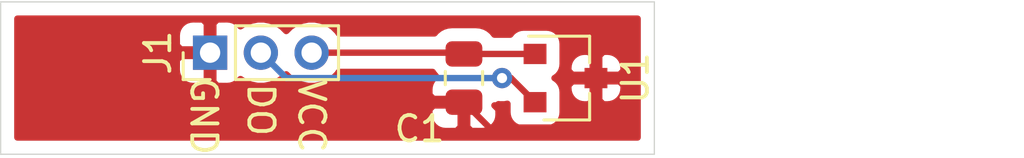
<source format=kicad_pcb>
(kicad_pcb (version 20171130) (host pcbnew 5.1.8+dfsg1-1+b1)

  (general
    (thickness 1.6)
    (drawings 11)
    (tracks 15)
    (zones 0)
    (modules 3)
    (nets 4)
  )

  (page A4)
  (layers
    (0 F.Cu signal)
    (31 B.Cu signal)
    (32 B.Adhes user)
    (33 F.Adhes user)
    (34 B.Paste user)
    (35 F.Paste user)
    (36 B.SilkS user)
    (37 F.SilkS user)
    (38 B.Mask user)
    (39 F.Mask user)
    (40 Dwgs.User user)
    (41 Cmts.User user)
    (42 Eco1.User user)
    (43 Eco2.User user)
    (44 Edge.Cuts user)
    (45 Margin user)
    (46 B.CrtYd user)
    (47 F.CrtYd user)
    (48 B.Fab user)
    (49 F.Fab user)
  )

  (setup
    (last_trace_width 0.25)
    (trace_clearance 0.2)
    (zone_clearance 0.508)
    (zone_45_only no)
    (trace_min 0.2)
    (via_size 0.8)
    (via_drill 0.4)
    (via_min_size 0.4)
    (via_min_drill 0.3)
    (uvia_size 0.3)
    (uvia_drill 0.1)
    (uvias_allowed no)
    (uvia_min_size 0.2)
    (uvia_min_drill 0.1)
    (edge_width 0.05)
    (segment_width 0.2)
    (pcb_text_width 0.3)
    (pcb_text_size 1.5 1.5)
    (mod_edge_width 0.12)
    (mod_text_size 1 1)
    (mod_text_width 0.15)
    (pad_size 1.524 1.524)
    (pad_drill 0.762)
    (pad_to_mask_clearance 0)
    (aux_axis_origin 0 0)
    (visible_elements FFFFFF7F)
    (pcbplotparams
      (layerselection 0x010fc_ffffffff)
      (usegerberextensions false)
      (usegerberattributes true)
      (usegerberadvancedattributes true)
      (creategerberjobfile true)
      (excludeedgelayer true)
      (linewidth 0.100000)
      (plotframeref false)
      (viasonmask false)
      (mode 1)
      (useauxorigin false)
      (hpglpennumber 1)
      (hpglpenspeed 20)
      (hpglpendiameter 15.000000)
      (psnegative false)
      (psa4output false)
      (plotreference true)
      (plotvalue true)
      (plotinvisibletext false)
      (padsonsilk false)
      (subtractmaskfromsilk false)
      (outputformat 1)
      (mirror false)
      (drillshape 0)
      (scaleselection 1)
      (outputdirectory "/tmp/"))
  )

  (net 0 "")
  (net 1 GND)
  (net 2 /3.3V)
  (net 3 /OUT)

  (net_class Default "This is the default net class."
    (clearance 0.2)
    (trace_width 0.25)
    (via_dia 0.8)
    (via_drill 0.4)
    (uvia_dia 0.3)
    (uvia_drill 0.1)
    (add_net /3.3V)
    (add_net /OUT)
    (add_net GND)
  )

  (module Package_TO_SOT_SMD:SC-59 (layer F.Cu) (tedit 5A02FF57) (tstamp 5FE4C39D)
    (at 177 113)
    (descr "SC-59, https://lib.chipdip.ru/images/import_diod/original/SOT-23_SC-59.jpg")
    (tags SC-59)
    (path /5FE492E5)
    (attr smd)
    (fp_text reference U1 (at 2.75 0 270) (layer F.SilkS)
      (effects (font (size 1 1) (thickness 0.15)))
    )
    (fp_text value TLE4913 (at 0 2.5) (layer F.Fab) hide
      (effects (font (size 1 1) (thickness 0.15)))
    )
    (fp_line (start -0.85 1.55) (end -0.85 -1) (layer F.Fab) (width 0.1))
    (fp_line (start -1.45 -1.65) (end 0.95 -1.65) (layer F.SilkS) (width 0.12))
    (fp_line (start 0.95 -1.65) (end 0.95 -0.6) (layer F.SilkS) (width 0.12))
    (fp_line (start -0.85 1.65) (end 0.95 1.65) (layer F.SilkS) (width 0.12))
    (fp_line (start 0.95 1.65) (end 0.95 0.6) (layer F.SilkS) (width 0.12))
    (fp_line (start -0.85 1.55) (end 0.85 1.55) (layer F.Fab) (width 0.1))
    (fp_line (start -0.3 -1.55) (end -0.85 -1) (layer F.Fab) (width 0.1))
    (fp_line (start -0.3 -1.55) (end 0.85 -1.55) (layer F.Fab) (width 0.1))
    (fp_line (start 0.85 -1.52) (end 0.85 1.52) (layer F.Fab) (width 0.1))
    (fp_line (start -1.9 -1.8) (end 1.9 -1.8) (layer F.CrtYd) (width 0.05))
    (fp_line (start -1.9 -1.8) (end -1.9 1.8) (layer F.CrtYd) (width 0.05))
    (fp_line (start 1.9 1.8) (end 1.9 -1.8) (layer F.CrtYd) (width 0.05))
    (fp_line (start 1.9 1.8) (end -1.9 1.8) (layer F.CrtYd) (width 0.05))
    (fp_text user %R (at 0 0 90) (layer F.Fab)
      (effects (font (size 0.5 0.5) (thickness 0.075)))
    )
    (pad 3 smd rect (at 1.2 0) (size 0.9 0.8) (layers F.Cu F.Paste F.Mask)
      (net 1 GND))
    (pad 2 smd rect (at -1.2 0.95) (size 0.9 0.8) (layers F.Cu F.Paste F.Mask)
      (net 3 /OUT))
    (pad 1 smd rect (at -1.2 -0.95) (size 0.9 0.8) (layers F.Cu F.Paste F.Mask)
      (net 2 /3.3V))
    (model ${KISYS3DMOD}/Package_TO_SOT_SMD.3dshapes/SC-59.wrl
      (at (xyz 0 0 0))
      (scale (xyz 1 1 1))
      (rotate (xyz 0 0 0))
    )
  )

  (module Connector_PinHeader_2.00mm:PinHeader_1x03_P2.00mm_Vertical (layer F.Cu) (tedit 59FED667) (tstamp 5FE4C388)
    (at 163 112 90)
    (descr "Through hole straight pin header, 1x03, 2.00mm pitch, single row")
    (tags "Through hole pin header THT 1x03 2.00mm single row")
    (path /5FE4AF24)
    (fp_text reference J1 (at 0 -2.06 90) (layer F.SilkS)
      (effects (font (size 1 1) (thickness 0.15)))
    )
    (fp_text value Conn_01x03_Female (at 0 6.06 90) (layer F.Fab) hide
      (effects (font (size 1 1) (thickness 0.15)))
    )
    (fp_line (start -0.5 -1) (end 1 -1) (layer F.Fab) (width 0.1))
    (fp_line (start 1 -1) (end 1 5) (layer F.Fab) (width 0.1))
    (fp_line (start 1 5) (end -1 5) (layer F.Fab) (width 0.1))
    (fp_line (start -1 5) (end -1 -0.5) (layer F.Fab) (width 0.1))
    (fp_line (start -1 -0.5) (end -0.5 -1) (layer F.Fab) (width 0.1))
    (fp_line (start -1.06 5.06) (end 1.06 5.06) (layer F.SilkS) (width 0.12))
    (fp_line (start -1.06 1) (end -1.06 5.06) (layer F.SilkS) (width 0.12))
    (fp_line (start 1.06 1) (end 1.06 5.06) (layer F.SilkS) (width 0.12))
    (fp_line (start -1.06 1) (end 1.06 1) (layer F.SilkS) (width 0.12))
    (fp_line (start -1.06 0) (end -1.06 -1.06) (layer F.SilkS) (width 0.12))
    (fp_line (start -1.06 -1.06) (end 0 -1.06) (layer F.SilkS) (width 0.12))
    (fp_line (start -1.5 -1.5) (end -1.5 5.5) (layer F.CrtYd) (width 0.05))
    (fp_line (start -1.5 5.5) (end 1.5 5.5) (layer F.CrtYd) (width 0.05))
    (fp_line (start 1.5 5.5) (end 1.5 -1.5) (layer F.CrtYd) (width 0.05))
    (fp_line (start 1.5 -1.5) (end -1.5 -1.5) (layer F.CrtYd) (width 0.05))
    (fp_text user %R (at 0 2) (layer F.Fab)
      (effects (font (size 1 1) (thickness 0.15)))
    )
    (pad 3 thru_hole oval (at 0 4 90) (size 1.35 1.35) (drill 0.8) (layers *.Cu *.Mask)
      (net 2 /3.3V))
    (pad 2 thru_hole oval (at 0 2 90) (size 1.35 1.35) (drill 0.8) (layers *.Cu *.Mask)
      (net 3 /OUT))
    (pad 1 thru_hole rect (at 0 0 90) (size 1.35 1.35) (drill 0.8) (layers *.Cu *.Mask)
      (net 1 GND))
    (model ${KISYS3DMOD}/Connector_PinHeader_2.00mm.3dshapes/PinHeader_1x03_P2.00mm_Vertical.wrl
      (at (xyz 0 0 0))
      (scale (xyz 1 1 1))
      (rotate (xyz 0 0 0))
    )
  )

  (module Capacitor_SMD:C_0805_2012Metric (layer F.Cu) (tedit 5F68FEEE) (tstamp 5FE4C371)
    (at 173 113 270)
    (descr "Capacitor SMD 0805 (2012 Metric), square (rectangular) end terminal, IPC_7351 nominal, (Body size source: IPC-SM-782 page 76, https://www.pcb-3d.com/wordpress/wp-content/uploads/ipc-sm-782a_amendment_1_and_2.pdf, https://docs.google.com/spreadsheets/d/1BsfQQcO9C6DZCsRaXUlFlo91Tg2WpOkGARC1WS5S8t0/edit?usp=sharing), generated with kicad-footprint-generator")
    (tags capacitor)
    (path /5FE49AF1)
    (attr smd)
    (fp_text reference C1 (at 2 1.75 180) (layer F.SilkS)
      (effects (font (size 1 1) (thickness 0.15)))
    )
    (fp_text value 100nf (at 0 1.68 90) (layer F.Fab) hide
      (effects (font (size 1 1) (thickness 0.15)))
    )
    (fp_line (start -1 0.625) (end -1 -0.625) (layer F.Fab) (width 0.1))
    (fp_line (start -1 -0.625) (end 1 -0.625) (layer F.Fab) (width 0.1))
    (fp_line (start 1 -0.625) (end 1 0.625) (layer F.Fab) (width 0.1))
    (fp_line (start 1 0.625) (end -1 0.625) (layer F.Fab) (width 0.1))
    (fp_line (start -0.261252 -0.735) (end 0.261252 -0.735) (layer F.SilkS) (width 0.12))
    (fp_line (start -0.261252 0.735) (end 0.261252 0.735) (layer F.SilkS) (width 0.12))
    (fp_line (start -1.7 0.98) (end -1.7 -0.98) (layer F.CrtYd) (width 0.05))
    (fp_line (start -1.7 -0.98) (end 1.7 -0.98) (layer F.CrtYd) (width 0.05))
    (fp_line (start 1.7 -0.98) (end 1.7 0.98) (layer F.CrtYd) (width 0.05))
    (fp_line (start 1.7 0.98) (end -1.7 0.98) (layer F.CrtYd) (width 0.05))
    (fp_text user %R (at 0 0 90) (layer F.Fab)
      (effects (font (size 0.5 0.5) (thickness 0.08)))
    )
    (pad 2 smd roundrect (at 0.95 0 270) (size 1 1.45) (layers F.Cu F.Paste F.Mask) (roundrect_rratio 0.25)
      (net 1 GND))
    (pad 1 smd roundrect (at -0.95 0 270) (size 1 1.45) (layers F.Cu F.Paste F.Mask) (roundrect_rratio 0.25)
      (net 2 /3.3V))
    (model ${KISYS3DMOD}/Capacitor_SMD.3dshapes/C_0805_2012Metric.wrl
      (at (xyz 0 0 0))
      (scale (xyz 1 1 1))
      (rotate (xyz 0 0 0))
    )
  )

  (gr_text DO (at 165 114.25 270) (layer F.SilkS)
    (effects (font (size 1 1) (thickness 0.15)))
  )
  (gr_text GND (at 162.75 114.5 270) (layer F.SilkS)
    (effects (font (size 1 1) (thickness 0.15)))
  )
  (gr_text VCC (at 167 114.5 270) (layer F.SilkS)
    (effects (font (size 1 1) (thickness 0.15)))
  )
  (gr_line (start 180.5 110) (end 154.75 110) (layer Edge.Cuts) (width 0.05))
  (gr_line (start 154.75 116) (end 154.75 110) (layer Edge.Cuts) (width 0.05) (tstamp 5FE4C67B))
  (gr_line (start 180.5 116) (end 154.75 116) (layer Edge.Cuts) (width 0.05))
  (gr_line (start 180.5 110) (end 180.5 116) (layer Edge.Cuts) (width 0.05))
  (gr_line (start 160 116) (end 160 110) (layer F.Fab) (width 0.15) (tstamp 5FE4C54E))
  (gr_line (start 195 116) (end 160 116) (layer F.Fab) (width 0.15))
  (gr_line (start 195 110) (end 195 116) (layer F.Fab) (width 0.15))
  (gr_line (start 160 110) (end 195 110) (layer F.Fab) (width 0.15))

  (segment (start 173 113.95) (end 174 114.95) (width 0.25) (layer F.Cu) (net 1))
  (segment (start 174 114.95) (end 177.05 114.95) (width 0.25) (layer F.Cu) (net 1))
  (segment (start 178.2 113.8) (end 178.2 113) (width 0.25) (layer F.Cu) (net 1))
  (segment (start 177.05 114.95) (end 178.2 113.8) (width 0.25) (layer F.Cu) (net 1))
  (segment (start 173 113.95) (end 163.55 113.95) (width 0.25) (layer F.Cu) (net 1))
  (segment (start 163 113.4) (end 163 112) (width 0.25) (layer F.Cu) (net 1))
  (segment (start 163.55 113.95) (end 163 113.4) (width 0.25) (layer F.Cu) (net 1))
  (segment (start 172.95 112) (end 173 112.05) (width 0.25) (layer F.Cu) (net 2))
  (segment (start 167 112) (end 172.95 112) (width 0.25) (layer F.Cu) (net 2))
  (segment (start 173 112.05) (end 175.8 112.05) (width 0.25) (layer F.Cu) (net 2))
  (segment (start 165 112) (end 166 113) (width 0.25) (layer B.Cu) (net 3))
  (segment (start 166 113) (end 174.5 113) (width 0.25) (layer B.Cu) (net 3))
  (via (at 174.5 113) (size 0.8) (drill 0.4) (layers F.Cu B.Cu) (net 3))
  (segment (start 174.85 113) (end 175.8 113.95) (width 0.25) (layer F.Cu) (net 3))
  (segment (start 174.5 113) (end 174.85 113) (width 0.25) (layer F.Cu) (net 3))

  (zone (net 1) (net_name GND) (layer F.Cu) (tstamp 5FEA405B) (hatch edge 0.508)
    (connect_pads (clearance 0.508))
    (min_thickness 0.254)
    (fill yes (arc_segments 32) (thermal_gap 0.508) (thermal_bridge_width 0.508))
    (polygon
      (pts
        (xy 180.25 115.75) (xy 155 115.75) (xy 155 110.25) (xy 180.25 110.25)
      )
    )
    (filled_polygon
      (pts
        (xy 179.840001 115.34) (xy 155.41 115.34) (xy 155.41 114.45) (xy 171.636928 114.45) (xy 171.649188 114.574482)
        (xy 171.685498 114.69418) (xy 171.744463 114.804494) (xy 171.823815 114.901185) (xy 171.920506 114.980537) (xy 172.03082 115.039502)
        (xy 172.150518 115.075812) (xy 172.275 115.088072) (xy 172.71425 115.085) (xy 172.873 114.92625) (xy 172.873 114.077)
        (xy 171.79875 114.077) (xy 171.64 114.23575) (xy 171.636928 114.45) (xy 155.41 114.45) (xy 155.41 112.675)
        (xy 161.686928 112.675) (xy 161.699188 112.799482) (xy 161.735498 112.91918) (xy 161.794463 113.029494) (xy 161.873815 113.126185)
        (xy 161.970506 113.205537) (xy 162.08082 113.264502) (xy 162.200518 113.300812) (xy 162.325 113.313072) (xy 162.71425 113.31)
        (xy 162.873 113.15125) (xy 162.873 112.127) (xy 161.84875 112.127) (xy 161.69 112.28575) (xy 161.686928 112.675)
        (xy 155.41 112.675) (xy 155.41 111.325) (xy 161.686928 111.325) (xy 161.69 111.71425) (xy 161.84875 111.873)
        (xy 162.873 111.873) (xy 162.873 110.84875) (xy 163.127 110.84875) (xy 163.127 111.873) (xy 163.147 111.873)
        (xy 163.147 112.127) (xy 163.127 112.127) (xy 163.127 113.15125) (xy 163.28575 113.31) (xy 163.675 113.313072)
        (xy 163.799482 113.300812) (xy 163.91918 113.264502) (xy 164.029494 113.205537) (xy 164.126185 113.126185) (xy 164.197487 113.039303)
        (xy 164.379482 113.160907) (xy 164.617887 113.259658) (xy 164.870976 113.31) (xy 165.129024 113.31) (xy 165.382113 113.259658)
        (xy 165.620518 113.160907) (xy 165.835077 113.017544) (xy 166 112.852621) (xy 166.164923 113.017544) (xy 166.379482 113.160907)
        (xy 166.617887 113.259658) (xy 166.870976 113.31) (xy 167.129024 113.31) (xy 167.382113 113.259658) (xy 167.620518 113.160907)
        (xy 167.835077 113.017544) (xy 168.017544 112.835077) (xy 168.067709 112.76) (xy 171.76875 112.76) (xy 171.786595 112.793386)
        (xy 171.897038 112.927962) (xy 171.903594 112.933342) (xy 171.823815 112.998815) (xy 171.744463 113.095506) (xy 171.685498 113.20582)
        (xy 171.649188 113.325518) (xy 171.636928 113.45) (xy 171.64 113.66425) (xy 171.79875 113.823) (xy 172.873 113.823)
        (xy 172.873 113.803) (xy 173.127 113.803) (xy 173.127 113.823) (xy 173.147 113.823) (xy 173.147 114.077)
        (xy 173.127 114.077) (xy 173.127 114.92625) (xy 173.28575 115.085) (xy 173.725 115.088072) (xy 173.849482 115.075812)
        (xy 173.96918 115.039502) (xy 174.079494 114.980537) (xy 174.176185 114.901185) (xy 174.255537 114.804494) (xy 174.314502 114.69418)
        (xy 174.350812 114.574482) (xy 174.363072 114.45) (xy 174.36 114.23575) (xy 174.201252 114.077002) (xy 174.36 114.077002)
        (xy 174.36 114.027429) (xy 174.398061 114.035) (xy 174.601939 114.035) (xy 174.711928 114.013122) (xy 174.711928 114.35)
        (xy 174.724188 114.474482) (xy 174.760498 114.59418) (xy 174.819463 114.704494) (xy 174.898815 114.801185) (xy 174.995506 114.880537)
        (xy 175.10582 114.939502) (xy 175.225518 114.975812) (xy 175.35 114.988072) (xy 176.25 114.988072) (xy 176.374482 114.975812)
        (xy 176.49418 114.939502) (xy 176.604494 114.880537) (xy 176.701185 114.801185) (xy 176.780537 114.704494) (xy 176.839502 114.59418)
        (xy 176.875812 114.474482) (xy 176.888072 114.35) (xy 176.888072 113.55) (xy 176.875812 113.425518) (xy 176.868072 113.4)
        (xy 177.111928 113.4) (xy 177.124188 113.524482) (xy 177.160498 113.64418) (xy 177.219463 113.754494) (xy 177.298815 113.851185)
        (xy 177.395506 113.930537) (xy 177.50582 113.989502) (xy 177.625518 114.025812) (xy 177.75 114.038072) (xy 177.91425 114.035)
        (xy 178.073 113.87625) (xy 178.073 113.127) (xy 178.327 113.127) (xy 178.327 113.87625) (xy 178.48575 114.035)
        (xy 178.65 114.038072) (xy 178.774482 114.025812) (xy 178.89418 113.989502) (xy 179.004494 113.930537) (xy 179.101185 113.851185)
        (xy 179.180537 113.754494) (xy 179.239502 113.64418) (xy 179.275812 113.524482) (xy 179.288072 113.4) (xy 179.285 113.28575)
        (xy 179.12625 113.127) (xy 178.327 113.127) (xy 178.073 113.127) (xy 177.27375 113.127) (xy 177.115 113.28575)
        (xy 177.111928 113.4) (xy 176.868072 113.4) (xy 176.839502 113.30582) (xy 176.780537 113.195506) (xy 176.701185 113.098815)
        (xy 176.604494 113.019463) (xy 176.568082 113) (xy 176.604494 112.980537) (xy 176.701185 112.901185) (xy 176.780537 112.804494)
        (xy 176.839502 112.69418) (xy 176.868071 112.6) (xy 177.111928 112.6) (xy 177.115 112.71425) (xy 177.27375 112.873)
        (xy 178.073 112.873) (xy 178.073 112.12375) (xy 178.327 112.12375) (xy 178.327 112.873) (xy 179.12625 112.873)
        (xy 179.285 112.71425) (xy 179.288072 112.6) (xy 179.275812 112.475518) (xy 179.239502 112.35582) (xy 179.180537 112.245506)
        (xy 179.101185 112.148815) (xy 179.004494 112.069463) (xy 178.89418 112.010498) (xy 178.774482 111.974188) (xy 178.65 111.961928)
        (xy 178.48575 111.965) (xy 178.327 112.12375) (xy 178.073 112.12375) (xy 177.91425 111.965) (xy 177.75 111.961928)
        (xy 177.625518 111.974188) (xy 177.50582 112.010498) (xy 177.395506 112.069463) (xy 177.298815 112.148815) (xy 177.219463 112.245506)
        (xy 177.160498 112.35582) (xy 177.124188 112.475518) (xy 177.111928 112.6) (xy 176.868071 112.6) (xy 176.875812 112.574482)
        (xy 176.888072 112.45) (xy 176.888072 111.65) (xy 176.875812 111.525518) (xy 176.839502 111.40582) (xy 176.780537 111.295506)
        (xy 176.701185 111.198815) (xy 176.604494 111.119463) (xy 176.49418 111.060498) (xy 176.374482 111.024188) (xy 176.25 111.011928)
        (xy 175.35 111.011928) (xy 175.225518 111.024188) (xy 175.10582 111.060498) (xy 174.995506 111.119463) (xy 174.898815 111.198815)
        (xy 174.823982 111.29) (xy 174.19977 111.29) (xy 174.102962 111.172038) (xy 173.968386 111.061595) (xy 173.81485 110.979528)
        (xy 173.648254 110.928992) (xy 173.475 110.911928) (xy 172.525 110.911928) (xy 172.351746 110.928992) (xy 172.18515 110.979528)
        (xy 172.031614 111.061595) (xy 171.897038 111.172038) (xy 171.841263 111.24) (xy 168.067709 111.24) (xy 168.017544 111.164923)
        (xy 167.835077 110.982456) (xy 167.620518 110.839093) (xy 167.382113 110.740342) (xy 167.129024 110.69) (xy 166.870976 110.69)
        (xy 166.617887 110.740342) (xy 166.379482 110.839093) (xy 166.164923 110.982456) (xy 166 111.147379) (xy 165.835077 110.982456)
        (xy 165.620518 110.839093) (xy 165.382113 110.740342) (xy 165.129024 110.69) (xy 164.870976 110.69) (xy 164.617887 110.740342)
        (xy 164.379482 110.839093) (xy 164.197487 110.960697) (xy 164.126185 110.873815) (xy 164.029494 110.794463) (xy 163.91918 110.735498)
        (xy 163.799482 110.699188) (xy 163.675 110.686928) (xy 163.28575 110.69) (xy 163.127 110.84875) (xy 162.873 110.84875)
        (xy 162.71425 110.69) (xy 162.325 110.686928) (xy 162.200518 110.699188) (xy 162.08082 110.735498) (xy 161.970506 110.794463)
        (xy 161.873815 110.873815) (xy 161.794463 110.970506) (xy 161.735498 111.08082) (xy 161.699188 111.200518) (xy 161.686928 111.325)
        (xy 155.41 111.325) (xy 155.41 110.66) (xy 179.84 110.66)
      )
    )
  )
)

</source>
